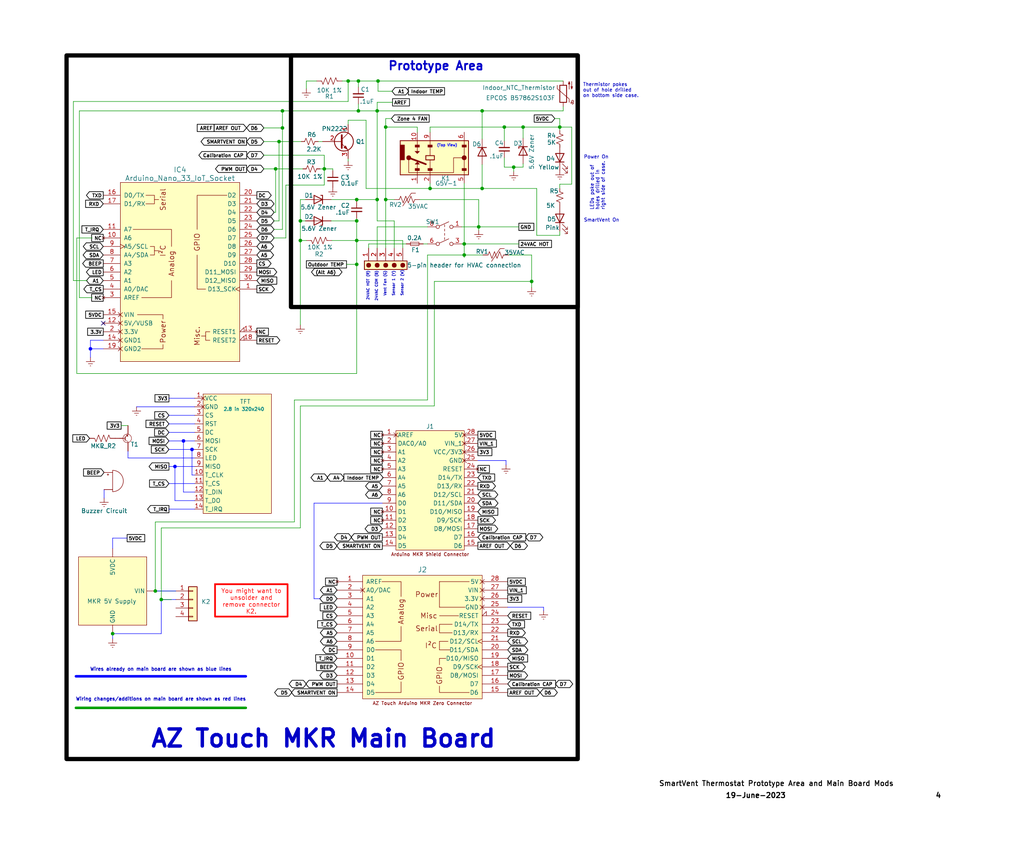
<source format=kicad_sch>
(kicad_sch (version 20230121) (generator eeschema)
  (paper "User" 304.8 254)
  (junction (at 112.268 33.02))
  (junction (at 83.058 42.164))
  (junction (at 106.172 78.74))
  (junction (at 152.908 49.784))
  (junction (at 106.172 65.786))
  (junction (at 84.074 38.1))
  (junction (at 106.68 33.02))
  (junction (at 84.074 33.02))
  (junction (at 106.172 71.628))
  (junction (at 166.624 37.846))
  (junction (at 48.006 178.562))
  (junction (at 143.51 56.134))
  (junction (at 142.494 67.564))
  (junction (at 106.68 24.13))
  (junction (at 155.702 37.846))
  (junction (at 112.522 24.13))
  (junction (at 114.808 37.846))
  (junction (at 57.15 133.858) (color 0 0 255 1))
  (junction (at 89.408 65.786))
  (junction (at 138.176 72.644))
  (junction (at 54.61 131.318) (color 0 0 255 1))
  (junction (at 143.51 33.02))
  (junction (at 103.632 24.13))
  (junction (at 33.528 188.722))
  (junction (at 96.52 50.292))
  (junction (at 138.176 75.946))
  (junction (at 128.016 56.134))
  (junction (at 26.924 103.886) (color 0 0 255 1))
  (junction (at 150.114 37.846))
  (junction (at 106.172 59.436))
  (junction (at 46.228 176.022))
  (junction (at 52.07 138.938) (color 0 0 255 1))
  (junction (at 114.808 59.436))
  (junction (at 89.408 71.628))
  (junction (at 158.242 83.82))
  (junction (at 112.268 59.436))
  (junction (at 82.042 50.292))
  (no_connect (at 30.734 96.266))
  (wire (pts (xy 166.624 68.834) (xy 166.624 70.104)))
  (wire (pts (xy 167.64 31.75) (xy 167.64 33.02)))
  (wire (pts (xy 138.176 72.644) (xy 138.176 75.946)))
  (wire (pts (xy 96.52 50.292) (xy 96.52 55.118)))
  (wire (pts (xy 91.186 26.416) (xy 91.186 24.13)))
  (wire (pts (xy 128.016 56.134) (xy 143.51 56.134)))
  (wire (pts (xy 112.522 24.13) (xy 167.64 24.13)))
  (wire (pts (xy 91.186 24.13) (xy 94.234 24.13)))
  (wire (pts (xy 87.63 155.448) (xy 46.228 155.448)))
  (wire (pts (xy 138.176 75.946) (xy 138.176 76.708)))
  (wire (pts (xy 26.924 101.346) (xy 26.924 103.886)) (stroke (width 0) (color 0 0 255 1)))
  (wire (pts (xy 50.292 126.238) (xy 57.912 126.238)) (stroke (width 0) (color 0 0 255 1)))
  (wire (pts (xy 150.114 49.784) (xy 152.908 49.784)))
  (wire (pts (xy 159.766 70.104) (xy 159.766 56.134)))
  (wire (pts (xy 89.408 65.786) (xy 90.932 65.786)))
  (wire (pts (xy 143.51 33.02) (xy 143.51 41.402)))
  (wire (pts (xy 114.808 37.846) (xy 124.206 37.846)))
  (wire (pts (xy 125.984 72.644) (xy 127.254 72.644)))
  (wire (pts (xy 129.286 83.82) (xy 158.242 83.82)))
  (wire (pts (xy 26.924 103.886) (xy 26.924 106.426)) (stroke (width 0) (color 0 0 255 1)))
  (wire (pts (xy 89.408 59.436) (xy 90.932 59.436)))
  (wire (pts (xy 84.074 38.1) (xy 84.074 68.326)))
  (wire (pts (xy 96.52 46.228) (xy 96.52 50.292)))
  (wire (pts (xy 98.552 59.436) (xy 106.172 59.436)))
  (wire (pts (xy 137.414 72.644) (xy 138.176 72.644)))
  (wire (pts (xy 96.52 50.292) (xy 99.06 50.292)))
  (wire (pts (xy 112.268 67.564) (xy 112.268 73.914)))
  (wire (pts (xy 150.114 49.784) (xy 150.114 46.99)))
  (wire (pts (xy 103.632 35.814) (xy 103.632 37.084)))
  (wire (pts (xy 83.058 42.164) (xy 89.662 42.164)))
  (wire (pts (xy 78.486 42.164) (xy 83.058 42.164)))
  (wire (pts (xy 112.522 27.178) (xy 112.522 24.13)))
  (wire (pts (xy 98.806 71.628) (xy 106.172 71.628)))
  (wire (pts (xy 23.622 88.646) (xy 23.622 33.02)))
  (wire (pts (xy 124.206 37.846) (xy 124.206 39.37)))
  (wire (pts (xy 89.408 120.904) (xy 129.286 120.904)))
  (wire (pts (xy 103.632 24.13) (xy 103.632 30.226)))
  (wire (pts (xy 158.242 83.82) (xy 158.242 85.598)))
  (wire (pts (xy 106.68 24.13) (xy 112.522 24.13)))
  (wire (pts (xy 103.632 48.006) (xy 103.632 47.244)))
  (wire (pts (xy 52.07 138.938) (xy 52.07 149.098)) (stroke (width 0) (color 0 0 255 1)))
  (wire (pts (xy 150.622 137.16) (xy 150.622 138.43)) (stroke (width 0) (color 0 0 255 1)))
  (wire (pts (xy 93.472 149.86) (xy 93.472 178.308)) (stroke (width 0) (color 0 0 255 1)))
  (wire (pts (xy 85.09 55.118) (xy 96.52 55.118)))
  (wire (pts (xy 128.016 54.61) (xy 128.016 56.134)))
  (wire (pts (xy 50.292 128.778) (xy 57.912 128.778)) (stroke (width 0) (color 0 0 255 1)))
  (wire (pts (xy 170.18 37.846) (xy 166.624 37.846)))
  (wire (pts (xy 50.292 151.638) (xy 57.912 151.638)) (stroke (width 0) (color 0 0 255 1)))
  (wire (pts (xy 87.63 119.126) (xy 127.254 119.126)))
  (wire (pts (xy 22.606 201.422) (xy 73.152 201.422)) (stroke (width 0.762) (color 0 0 255 1)))
  (wire (pts (xy 106.172 65.024) (xy 106.172 65.786)))
  (wire (pts (xy 106.172 65.786) (xy 106.172 71.628)))
  (wire (pts (xy 81.534 65.786) (xy 83.058 65.786)))
  (wire (pts (xy 57.15 141.478) (xy 57.15 133.858)) (stroke (width 0) (color 0 0 255 1)))
  (wire (pts (xy 109.728 72.644) (xy 120.904 72.644)))
  (wire (pts (xy 152.908 49.784) (xy 152.908 51.054)))
  (wire (pts (xy 84.074 33.02) (xy 84.074 38.1)))
  (wire (pts (xy 54.61 131.318) (xy 57.912 131.318)) (stroke (width 0) (color 0 0 255 1)))
  (wire (pts (xy 26.924 103.886) (xy 30.734 103.886)) (stroke (width 0) (color 0 0 255 1)))
  (wire (pts (xy 78.486 38.1) (xy 84.074 38.1)))
  (wire (pts (xy 89.408 59.436) (xy 89.408 65.786)))
  (wire (pts (xy 166.624 43.942) (xy 166.624 43.18)))
  (wire (pts (xy 52.07 138.938) (xy 57.912 138.938)) (stroke (width 0) (color 0 0 255 1)))
  (wire (pts (xy 22.86 70.866) (xy 27.432 70.866)))
  (wire (pts (xy 48.006 188.722) (xy 33.528 188.722)) (stroke (width 0) (color 0 0 255 1)))
  (wire (pts (xy 129.286 120.904) (xy 129.286 83.82)))
  (wire (pts (xy 159.766 70.104) (xy 166.624 70.104)))
  (wire (pts (xy 165.1 35.306) (xy 166.624 35.306)))
  (wire (pts (xy 82.042 50.292) (xy 82.042 63.246)))
  (wire (pts (xy 103.632 24.13) (xy 106.68 24.13)))
  (wire (pts (xy 50.292 138.938) (xy 52.07 138.938)) (stroke (width 0) (color 0 0 255 1)))
  (wire (pts (xy 46.228 176.022) (xy 52.324 176.022)) (stroke (width 0) (color 0 0 255 1)))
  (wire (pts (xy 84.074 33.02) (xy 106.68 33.02)))
  (wire (pts (xy 101.854 24.13) (xy 103.632 24.13)))
  (wire (pts (xy 166.624 37.846) (xy 166.624 35.306)))
  (wire (pts (xy 152.908 49.784) (xy 155.702 49.784)))
  (wire (pts (xy 151.384 75.946) (xy 158.242 75.946)))
  (wire (pts (xy 161.798 180.848) (xy 161.798 181.864)) (stroke (width 0) (color 0 0 255 1)))
  (wire (pts (xy 112.268 30.48) (xy 112.268 33.02)))
  (wire (pts (xy 128.016 37.846) (xy 150.114 37.846)))
  (wire (pts (xy 48.006 178.562) (xy 52.324 178.562)) (stroke (width 0) (color 0 0 255 1)))
  (wire (pts (xy 89.408 71.628) (xy 89.408 96.774)))
  (wire (pts (xy 166.624 54.864) (xy 166.624 56.134)))
  (wire (pts (xy 48.006 178.562) (xy 48.006 188.722)) (stroke (width 0) (color 0 0 255 1)))
  (wire (pts (xy 142.24 137.16) (xy 150.622 137.16)) (stroke (width 0) (color 0 0 255 1)))
  (wire (pts (xy 82.042 50.292) (xy 90.17 50.292)))
  (wire (pts (xy 113.792 149.86) (xy 93.472 149.86)) (stroke (width 0) (color 0 0 255 1)))
  (wire (pts (xy 151.13 180.848) (xy 161.798 180.848)) (stroke (width 0) (color 0 0 255 1)))
  (wire (pts (xy 93.472 178.308) (xy 95.25 178.308)) (stroke (width 0) (color 0 0 255 1)))
  (wire (pts (xy 119.888 71.628) (xy 119.888 73.914)))
  (wire (pts (xy 106.68 24.13) (xy 106.68 25.908)))
  (wire (pts (xy 37.846 160.274) (xy 33.528 160.274)) (stroke (width 0) (color 0 0 255 1)))
  (wire (pts (xy 138.176 75.946) (xy 143.764 75.946)))
  (wire (pts (xy 166.624 37.846) (xy 166.624 38.862)))
  (wire (pts (xy 155.702 41.148) (xy 155.702 37.846)))
  (wire (pts (xy 155.702 37.846) (xy 166.624 37.846)))
  (wire (pts (xy 114.808 35.306) (xy 116.586 35.306)))
  (wire (pts (xy 54.61 131.318) (xy 54.61 146.558)) (stroke (width 0) (color 0 0 255 1)))
  (wire (pts (xy 114.808 59.436) (xy 114.808 73.914)))
  (wire (pts (xy 142.494 67.564) (xy 154.432 67.564)))
  (wire (pts (xy 50.292 144.018) (xy 57.912 144.018)) (stroke (width 0) (color 0 0 255 1)))
  (wire (pts (xy 89.408 71.628) (xy 91.186 71.628)))
  (wire (pts (xy 170.18 54.864) (xy 170.18 37.846)))
  (wire (pts (xy 46.228 176.022) (xy 52.324 176.022)))
  (wire (pts (xy 150.114 37.846) (xy 150.114 41.91)))
  (wire (pts (xy 50.292 133.858) (xy 57.15 133.858)) (stroke (width 0) (color 0 0 255 1)))
  (wire (pts (xy 103.124 78.74) (xy 106.172 78.74)))
  (wire (pts (xy 87.63 119.126) (xy 87.63 155.448)))
  (wire (pts (xy 85.09 70.866) (xy 85.09 55.118)))
  (wire (pts (xy 22.86 70.866) (xy 22.86 111.252)))
  (wire (pts (xy 98.552 65.786) (xy 106.172 65.786)))
  (wire (pts (xy 38.1 136.398) (xy 57.912 136.398)) (stroke (width 0) (color 0 0 255 1)))
  (wire (pts (xy 143.51 49.022) (xy 143.51 56.134)))
  (wire (pts (xy 106.68 33.02) (xy 112.268 33.02)))
  (wire (pts (xy 112.268 65.786) (xy 112.268 59.436)))
  (wire (pts (xy 78.486 46.228) (xy 96.52 46.228)))
  (wire (pts (xy 103.632 35.814) (xy 108.966 35.814)))
  (wire (pts (xy 112.268 67.564) (xy 127.254 67.564)))
  (wire (pts (xy 33.528 160.274) (xy 33.528 163.322)) (stroke (width 0) (color 0 0 255 1)))
  (wire (pts (xy 23.622 88.646) (xy 27.432 88.646)))
  (wire (pts (xy 21.844 30.226) (xy 103.632 30.226)))
  (wire (pts (xy 89.408 65.786) (xy 89.408 71.628)))
  (wire (pts (xy 137.414 67.564) (xy 142.494 67.564)))
  (wire (pts (xy 166.624 54.864) (xy 170.18 54.864)))
  (wire (pts (xy 22.606 210.82) (xy 73.152 210.82)) (stroke (width 0.762)))
  (wire (pts (xy 83.058 65.786) (xy 83.058 42.164)))
  (wire (pts (xy 25.908 83.566) (xy 21.844 83.566)))
  (wire (pts (xy 108.966 56.134) (xy 128.016 56.134)))
  (wire (pts (xy 128.016 37.846) (xy 128.016 39.37)))
  (wire (pts (xy 81.534 70.866) (xy 85.09 70.866)))
  (wire (pts (xy 142.494 59.436) (xy 142.494 67.564)))
  (wire (pts (xy 109.728 72.644) (xy 109.728 73.914)))
  (wire (pts (xy 38.1 136.398) (xy 38.1 134.366)) (stroke (width 0) (color 0 0 255 1)))
  (wire (pts (xy 112.268 33.02) (xy 143.51 33.02)))
  (wire (pts (xy 89.408 157.226) (xy 89.408 120.904)))
  (wire (pts (xy 112.268 33.02) (xy 112.268 59.436)))
  (wire (pts (xy 57.15 133.858) (xy 57.912 133.858)) (stroke (width 0) (color 0 0 255 1)))
  (wire (pts (xy 48.006 157.226) (xy 89.408 157.226)))
  (wire (pts (xy 23.622 33.02) (xy 84.074 33.02)))
  (wire (pts (xy 57.912 149.098) (xy 52.07 149.098)) (stroke (width 0) (color 0 0 255 1)))
  (wire (pts (xy 116.84 27.178) (xy 112.522 27.178)))
  (wire (pts (xy 99.06 50.8) (xy 99.06 50.292)))
  (wire (pts (xy 117.348 65.786) (xy 112.268 65.786)))
  (wire (pts (xy 116.84 30.48) (xy 112.268 30.48)))
  (wire (pts (xy 114.808 35.306) (xy 114.808 37.846)))
  (wire (pts (xy 95.25 50.292) (xy 96.52 50.292)))
  (wire (pts (xy 26.924 101.346) (xy 30.734 101.346)) (stroke (width 0) (color 0 0 255 1)))
  (wire (pts (xy 143.51 56.134) (xy 159.766 56.134)))
  (wire (pts (xy 106.172 59.436) (xy 112.268 59.436)))
  (wire (pts (xy 114.808 37.846) (xy 114.808 59.436)))
  (wire (pts (xy 155.702 49.784) (xy 155.702 48.768)))
  (wire (pts (xy 21.844 83.566) (xy 21.844 30.226)))
  (wire (pts (xy 78.486 50.292) (xy 82.042 50.292)))
  (wire (pts (xy 158.242 75.946) (xy 158.242 83.82)))
  (wire (pts (xy 50.292 123.698) (xy 57.912 123.698)) (stroke (width 0) (color 0 0 255 1)))
  (wire (pts (xy 30.988 145.796) (xy 30.988 148.336)) (stroke (width 0) (color 0 0 255 1)))
  (wire (pts (xy 143.51 33.02) (xy 167.64 33.02)))
  (wire (pts (xy 138.176 72.644) (xy 154.432 72.644)))
  (wire (pts (xy 50.292 131.318) (xy 54.61 131.318)) (stroke (width 0) (color 0 0 255 1)))
  (wire (pts (xy 36.068 126.746) (xy 38.1 126.746)))
  (wire (pts (xy 106.68 30.988) (xy 106.68 33.02)))
  (wire (pts (xy 48.006 178.562) (xy 48.006 157.226)))
  (wire (pts (xy 81.534 68.326) (xy 84.074 68.326)))
  (wire (pts (xy 142.494 67.564) (xy 142.494 68.58)))
  (wire (pts (xy 57.912 121.158) (xy 40.64 121.158)) (stroke (width 0) (color 0 0 255 1)))
  (wire (pts (xy 114.808 59.436) (xy 117.348 59.436)))
  (wire (pts (xy 106.172 71.628) (xy 106.172 78.74)))
  (wire (pts (xy 127.254 75.946) (xy 127.254 119.126)))
  (wire (pts (xy 82.042 63.246) (xy 81.534 63.246)))
  (wire (pts (xy 51.054 178.562) (xy 48.006 178.562)))
  (wire (pts (xy 117.348 73.914) (xy 117.348 65.786)))
  (wire (pts (xy 106.172 78.74) (xy 106.172 111.252)))
  (wire (pts (xy 138.176 54.61) (xy 138.176 72.644)))
  (wire (pts (xy 124.968 59.436) (xy 142.494 59.436)))
  (wire (pts (xy 57.912 141.478) (xy 57.15 141.478)) (stroke (width 0) (color 0 0 255 1)))
  (wire (pts (xy 108.966 56.134) (xy 108.966 35.814)))
  (wire (pts (xy 94.742 42.164) (xy 96.012 42.164)))
  (wire (pts (xy 138.176 75.946) (xy 127.254 75.946)))
  (wire (pts (xy 57.912 146.558) (xy 54.61 146.558)) (stroke (width 0) (color 0 0 255 1)))
  (wire (pts (xy 22.86 111.252) (xy 106.172 111.252)))
  (wire (pts (xy 106.172 71.628) (xy 119.888 71.628)))
  (wire (pts (xy 33.528 190.246) (xy 33.528 188.722)) (stroke (width 0) (color 0 0 255 1)))
  (wire (pts (xy 50.292 118.618) (xy 57.912 118.618)) (stroke (width 0) (color 0 0 255 1)))
  (wire (pts (xy 150.114 37.846) (xy 155.702 37.846)))
  (wire (pts (xy 46.228 155.448) (xy 46.228 176.022)))
  (wire (pts (xy 106.172 59.944) (xy 106.172 59.436)))
  (rectangle (start 86.614 16.51) (end 171.958 91.44) (stroke (width 1.27) (color 0 0 0 1)))
  (rectangle (start 19.812 16.51) (end 171.958 226.06) (stroke (width 1.27) (color 0 0 0 1)))
  (text_box "AZ Touch MKR Main Board" (at 30.988 213.106 0) (size 130.556 14.986) (stroke (width -0.0001)) (effects (font (size 5.08 5.08) (thickness 1.016) bold) (justify top)))
  (text_box "Wiring changes/additions on main board are shown as red lines" (at 21.59 206.756 0) (size 52.578 6.858) (stroke (width -0.0001)) (effects (font (size 1.016 1.016) bold) (justify top)))
  (text_box "You might want to unsolder and remove connector K2." (at 64.008 173.99 0) (size 21.59 9.652) (stroke (width 0.508) (color 255 0 0 1)) (effects (font (size 1.27 1.27)) (justify top)))
  (text_box "Wires already on main board are shown as blue lines" (at 21.844 197.866 0) (size 52.07 6.858) (stroke (width -0.0001)) (effects (font (size 1.016 1.016) bold) (justify top)))
  (text_box "Prototype Area" (at 113.284 16.51 0) (size 33.02 6.096) (stroke (width -0.0001)) (effects (font (size 2.54 2.54) (thickness 0.508) bold)))
  (text "24VAC HOT (R)" (at 109.982 80.772 90) (effects (font (size 0.762 0.762) bold) (justify right bottom)))
  (text "SmartVent Thermostat Prototype Area and Main Board Mods" (at 196.088 234.442 0) (effects (font (size 1.524 1.524) (thickness 0.254) bold) (justify left bottom)))
  (text "SmartVent On" (at 173.736 66.294 0) (effects (font (size 1.016 1.016)) (justify left bottom)))
  (text "2.8 in 320x240" (at 78.74 122.682 0) (effects (font (size 1.016 1.016) bold) (justify right bottom)))
  (text "Power On" (at 173.736 47.498 0) (effects (font (size 1.016 1.016)) (justify left bottom)))
  (text "Sensor 1 (Y)" (at 117.602 80.772 90) (effects (font (size 0.762 0.762) bold) (justify right bottom)))
  (text "24VAC COM (B)" (at 112.522 80.772 90) (effects (font (size 0.762 0.762) bold) (justify right bottom)))
  (text "Sensor 2 (W)" (at 120.142 80.518 90) (effects (font (size 0.762 0.762) bold) (justify right bottom)))
  (text "19-June-2023" (at 215.9 237.998 0) (effects (font (size 1.524 1.524) (thickness 0.3048) bold) (justify left bottom)))
  (text "LEDs poke out of\nholes drilled in\nright side of case." (at 180.086 62.738 90) (effects (font (size 1.016 1.016)) (justify left bottom)))
  (text "Thermistor pokes\nout of hole drilled\non bottom side case." (at 173.482 29.21 0) (effects (font (size 1.016 1.016)) (justify left bottom)))
  (text "Vent Fan (G)" (at 115.062 80.772 90) (effects (font (size 0.762 0.762) bold) (justify right bottom)))
  (text "4" (at 278.384 237.998 0) (effects (font (size 1.524 1.524) bold) (justify left bottom)))
  (global_label "SCK" (shape output) (at 151.13 198.628 0) (effects (font (size 1.016 1.016) bold)) (property "Intersheetrefs" "${INTERSHEET_REFS}" (effects hide)))
  (global_label "A1" (shape bidirectional) (at 30.734 83.566 180) (effects (font (size 1.016 1.016) bold)) (property "Intersheetrefs" "${INTERSHEET_REFS}" (effects hide)))
  (global_label "BEEP" (shape output) (at 30.734 78.486 180) (effects (font (size 1.016 1.016) bold)) (property "Intersheetrefs" "${INTERSHEET_REFS}" (effects hide)))
  (global_label "A5" (shape bidirectional) (at 100.33 188.468 180) (effects (font (size 1.016 1.016) bold)) (property "Intersheetrefs" "${INTERSHEET_REFS}" (effects hide)))
  (global_label "MOSI" (shape input) (at 50.292 131.318 180) (effects (font (size 1.016 1.016) bold)) (property "Intersheetrefs" "${INTERSHEET_REFS}" (effects hide)))
  (global_label "5VDC" (shape passive) (at 37.846 160.274 0) (effects (font (size 1.016 1.016) bold)) (property "Intersheetrefs" "${INTERSHEET_REFS}" (effects hide)))
  (global_label "RXD" (shape input) (at 30.734 60.706 180) (effects (font (size 1.016 1.016) bold)) (property "Intersheetrefs" "${INTERSHEET_REFS}" (effects hide)))
  (global_label "SCK" (shape output) (at 142.24 154.94 0) (effects (font (size 1.016 1.016) bold)) (property "Intersheetrefs" "${INTERSHEET_REFS}" (effects hide)))
  (global_label "MISO" (shape input) (at 142.24 152.4 0) (effects (font (size 1.016 1.016) bold)) (property "Intersheetrefs" "${INTERSHEET_REFS}" (effects hide)))
  (global_label "NC" (shape passive) (at 30.734 70.866 180) (effects (font (size 1.016 1.016) (thickness 0.2032) bold)) (property "Intersheetrefs" "${INTERSHEET_REFS}" (effects hide)))
  (global_label "BEEP" (shape input) (at 100.33 198.628 180) (effects (font (size 1.016 1.016) bold)) (property "Intersheetrefs" "${INTERSHEET_REFS}" (effects hide)))
  (global_label "CS" (shape input) (at 100.33 183.388 180) (effects (font (size 1.016 1.016) bold)) (property "Intersheetrefs" "${INTERSHEET_REFS}" (effects hide)))
  (global_label "T_IRQ" (shape output) (at 50.292 151.638 180) (effects (font (size 1.016 1.016) bold)) (property "Intersheetrefs" "${INTERSHEET_REFS}" (effects hide)))
  (global_label "Indoor TEMP" (shape input) (at 114.046 142.24 180) (effects (font (size 1.016 1.016) bold)) (property "Intersheetrefs" "${INTERSHEET_REFS}" (effects hide)))
  (global_label "AREF OUT" (shape output) (at 151.13 206.248 0) (effects (font (size 1.016 1.016) bold)) (property "Intersheetrefs" "${INTERSHEET_REFS}" (effects hide)))
  (global_label "MOSI" (shape output) (at 76.454 81.026 0) (effects (font (size 1.016 1.016) bold)) (property "Intersheetrefs" "${INTERSHEET_REFS}" (effects hide)))
  (global_label "RESET" (shape output) (at 76.454 101.346 0) (effects (font (size 1.016 1.016) bold)) (property "Intersheetrefs" "${INTERSHEET_REFS}" (effects hide)))
  (global_label "DC" (shape input) (at 50.292 128.778 180) (effects (font (size 1.016 1.016) bold)) (property "Intersheetrefs" "${INTERSHEET_REFS}" (effects hide)))
  (global_label "3V3" (shape passive) (at 36.068 126.746 180) (effects (font (size 1.016 1.016) (thickness 0.2032) bold)) (property "Intersheetrefs" "${INTERSHEET_REFS}" (effects hide)))
  (global_label "D5" (shape bidirectional) (at 86.868 206.248 180) (effects (font (size 1.016 1.016) bold)) (property "Intersheetrefs" "${INTERSHEET_REFS}" (effects hide)))
  (global_label "SMARTVENT ON" (shape output) (at 73.406 42.164 180) (effects (font (size 1.016 1.016) bold)) (property "Intersheetrefs" "${INTERSHEET_REFS}" (effects hide)))
  (global_label "T_IRQ" (shape input) (at 30.734 68.326 180) (effects (font (size 1.016 1.016) bold)) (property "Intersheetrefs" "${INTERSHEET_REFS}" (effects hide)))
  (global_label "D3" (shape bidirectional) (at 76.454 60.706 0) (effects (font (size 1.016 1.016) bold)) (property "Intersheetrefs" "${INTERSHEET_REFS}" (effects hide)))
  (global_label "D6" (shape bidirectional) (at 151.892 162.56 0) (effects (font (size 1.016 1.016) bold)) (property "Intersheetrefs" "${INTERSHEET_REFS}" (effects hide)))
  (global_label "Indoor TEMP" (shape passive) (at 132.334 27.178 180) (effects (font (size 1.016 1.016) bold)) (property "Intersheetrefs" "${INTERSHEET_REFS}" (effects hide)))
  (global_label "D3" (shape bidirectional) (at 100.33 201.168 180) (effects (font (size 1.016 1.016) bold)) (property "Intersheetrefs" "${INTERSHEET_REFS}" (effects hide)))
  (global_label "D3" (shape bidirectional) (at 113.792 157.48 180) (effects (font (size 1.016 1.016) bold)) (property "Intersheetrefs" "${INTERSHEET_REFS}" (effects hide)))
  (global_label "GND" (shape passive) (at 154.432 67.564 0) (effects (font (size 1.016 1.016) bold)) (property "Intersheetrefs" "${INTERSHEET_REFS}" (effects hide)))
  (global_label "A6" (shape bidirectional) (at 100.33 191.008 180) (effects (font (size 1.016 1.016) bold)) (property "Intersheetrefs" "${INTERSHEET_REFS}" (effects hide)))
  (global_label "3V3" (shape passive) (at 151.13 178.308 0) (effects (font (size 1.016 1.016) bold)) (property "Intersheetrefs" "${INTERSHEET_REFS}" (effects hide)))
  (global_label "D7" (shape bidirectional) (at 76.454 70.866 0) (effects (font (size 1.016 1.016) bold)) (property "Intersheetrefs" "${INTERSHEET_REFS}" (effects hide)))
  (global_label "D5" (shape bidirectional) (at 100.33 162.56 180) (effects (font (size 1.016 1.016) bold)) (property "Intersheetrefs" "${INTERSHEET_REFS}" (effects hide)))
  (global_label "NC" (shape passive) (at 76.454 98.806 0) (effects (font (size 1.016 1.016) (thickness 0.2032) bold)) (property "Intersheetrefs" "${INTERSHEET_REFS}" (effects hide)))
  (global_label "D7" (shape bidirectional) (at 165.354 203.708 0) (effects (font (size 1.016 1.016) bold)) (property "Intersheetrefs" "${INTERSHEET_REFS}" (effects hide)))
  (global_label "LED" (shape input) (at 26.67 130.556 180) (effects (font (size 1.016 1.016) (thickness 0.2032) bold)) (property "Intersheetrefs" "${INTERSHEET_REFS}" (effects hide)))
  (global_label "AREF" (shape passive) (at 63.754 38.1 180) (effects (font (size 1.016 1.016) (thickness 0.2032) bold)) (property "Intersheetrefs" "${INTERSHEET_REFS}" (effects hide)))
  (global_label "D7" (shape bidirectional) (at 156.464 160.02 0) (effects (font (size 1.016 1.016) bold)) (property "Intersheetrefs" "${INTERSHEET_REFS}" (effects hide)))
  (global_label "3.3V" (shape passive) (at 30.734 98.806 180) (effects (font (size 1.016 1.016) bold)) (property "Intersheetrefs" "${INTERSHEET_REFS}" (effects hide)))
  (global_label "SCK" (shape input) (at 50.292 133.858 180) (effects (font (size 1.016 1.016) bold)) (property "Intersheetrefs" "${INTERSHEET_REFS}" (effects hide)))
  (global_label "SDA" (shape bidirectional) (at 151.13 193.548 0) (effects (font (size 1.016 1.016) bold)) (property "Intersheetrefs" "${INTERSHEET_REFS}" (effects hide)))
  (global_label "NC" (shape passive) (at 142.24 139.7 0) (effects (font (size 1.016 1.016) (thickness 0.2032) bold)) (property "Intersheetrefs" "${INTERSHEET_REFS}" (effects hide)))
  (global_label "TXD" (shape input) (at 151.13 185.928 0) (effects (font (size 1.016 1.016) bold)) (property "Intersheetrefs" "${INTERSHEET_REFS}" (effects hide)))
  (global_label "VIN_1" (shape passive) (at 151.13 175.768 0) (effects (font (size 1.016 1.016) bold)) (property "Intersheetrefs" "${INTERSHEET_REFS}" (effects hide)))
  (global_label "RXD" (shape output) (at 142.24 144.78 0) (effects (font (size 1.016 1.016) bold)) (property "Intersheetrefs" "${INTERSHEET_REFS}" (effects hide)))
  (global_label "RESET" (shape input) (at 151.13 183.388 0) (effects (font (size 1.016 1.016) bold)) (property "Intersheetrefs" "${INTERSHEET_REFS}" (effects hide)))
  (global_label "DC" (shape output) (at 76.454 58.166 0) (effects (font (size 1.016 1.016) bold)) (property "Intersheetrefs" "${INTERSHEET_REFS}" (effects hide)))
  (global_label "PWM OUT" (shape output) (at 113.792 160.02 180) (effects (font (size 1.016 1.016) bold)) (property "Intersheetrefs" "${INTERSHEET_REFS}" (effects hide)))
  (global_label "VIN_1" (shape passive) (at 142.24 132.08 0) (effects (font (size 1.016 1.016) bold)) (property "Intersheetrefs" "${INTERSHEET_REFS}" (effects hide)))
  (global_label "D7" (shape bidirectional) (at 73.406 46.228 0) (effects (font (size 1.016 1.016) bold)) (property "Intersheetrefs" "${INTERSHEET_REFS}" (effects hide)))
  (global_label "CS" (shape input) (at 50.292 123.698 180) (effects (font (size 1.016 1.016) bold)) (property "Intersheetrefs" "${INTERSHEET_REFS}" (effects hide)))
  (global_label "SCL" (shape bidirectional) (at 151.13 191.008 0) (effects (font (size 1.016 1.016) bold)) (property "Intersheetrefs" "${INTERSHEET_REFS}" (effects hide)))
  (global_label "RESET" (shape input) (at 50.292 126.238 180) (effects (font (size 1.016 1.016) bold)) (property "Intersheetrefs" "${INTERSHEET_REFS}" (effects hide)))
  (global_label "SMARTVENT ON" (shape output) (at 113.792 162.56 180) (effects (font (size 1.016 1.016) bold)) (property "Intersheetrefs" "${INTERSHEET_REFS}" (effects hide)))
  (global_label "TXD" (shape input) (at 142.24 142.24 0) (effects (font (size 1.016 1.016) bold)) (property "Intersheetrefs" "${INTERSHEET_REFS}" (effects hide)))
  (global_label "A6" (shape bidirectional) (at 76.454 73.406 0) (effects (font (size 1.016 1.016) bold)) (property "Intersheetrefs" "${INTERSHEET_REFS}" (effects hide)))
  (global_label "A4" (shape bidirectional) (at 102.362 142.24 180) (effects (font (size 1.016 1.016) bold)) (property "Intersheetrefs" "${INTERSHEET_REFS}" (effects hide)))
  (global_label "D6" (shape bidirectional) (at 76.454 68.326 0) (effects (font (size 1.016 1.016) bold)) (property "Intersheetrefs" "${INTERSHEET_REFS}" (effects hide)))
  (global_label "Zone 4 FAN" (shape output) (at 127.762 35.306 180) (effects (font (size 1.016 1.016) bold)) (property "Intersheetrefs" "${INTERSHEET_REFS}" (effects hide)))
  (global_label "SDA" (shape bidirectional) (at 142.24 149.86 0) (effects (font (size 1.016 1.016) bold)) (property "Intersheetrefs" "${INTERSHEET_REFS}" (effects hide)))
  (global_label "SCL" (shape bidirectional) (at 30.734 73.406 180) (effects (font (size 1.016 1.016) bold)) (property "Intersheetrefs" "${INTERSHEET_REFS}" (effects hide)))
  (global_label "3V3" (shape passive) (at 50.292 118.618 180) (effects (font (size 1.016 1.016) (thickness 0.2032) bold)) (property "Intersheetrefs" "${INTERSHEET_REFS}" (effects hide)))
  (global_label "T_CS" (shape output) (at 30.734 86.106 180) (effects (font (size 1.016 1.016) bold)) (property "Intersheetrefs" "${INTERSHEET_REFS}" (effects hide)))
  (global_label "D5" (shape bidirectional) (at 76.454 65.786 0) (effects (font (size 1.016 1.016) bold)) (property "Intersheetrefs" "${INTERSHEET_REFS}" (effects hide)))
  (global_label "T_CS" (shape input) (at 100.33 185.928 180) (effects (font (size 1.016 1.016) bold)) (property "Intersheetrefs" "${INTERSHEET_REFS}" (effects hide)))
  (global_label "3V3" (shape passive) (at 142.24 134.62 0) (effects (font (size 1.016 1.016) bold)) (property "Intersheetrefs" "${INTERSHEET_REFS}" (effects hide)))
  (global_label "NC" (shape passive) (at 30.734 88.646 180) (effects (font (size 1.016 1.016) (thickness 0.2032) bold)) (property "Intersheetrefs" "${INTERSHEET_REFS}" (effects hide)))
  (global_label "D5" (shape bidirectional) (at 73.406 42.164 0) (effects (font (size 1.016 1.016) bold)) (property "Intersheetrefs" "${INTERSHEET_REFS}" (effects hide)))
  (global_label "LED" (shape output) (at 30.734 81.026 180) (effects (font (size 1.016 1.016) bold)) (property "Intersheetrefs" "${INTERSHEET_REFS}" (effects hide)))
  (global_label "Calibration CAP" (shape input) (at 142.24 160.02 0) (effects (font (size 1.016 1.016) bold)) (property "Intersheetrefs" "${INTERSHEET_REFS}" (effects hide)))
  (global_label "D6" (shape bidirectional) (at 160.782 206.248 0) (effects (font (size 1.016 1.016) bold)) (property "Intersheetrefs" "${INTERSHEET_REFS}" (effects hide)))
  (global_label "NC" (shape passive) (at 100.33 173.228 180) (effects (font (size 1.016 1.016) (thickness 0.2032) bold)) (property "Intersheetrefs" "${INTERSHEET_REFS}" (effects hide)))
  (global_label "PWM OUT" (shape output) (at 100.33 203.708 180) (effects (font (size 1.016 1.016) bold)) (property "Intersheetrefs" "${INTERSHEET_REFS}" (effects hide)))
  (global_label "AREF OUT" (shape output) (at 142.24 162.56 0) (effects (font (size 1.016 1.016) bold)) (property "Intersheetrefs" "${INTERSHEET_REFS}" (effects hide)))
  (global_label "Calibration CAP" (shape input) (at 151.13 203.708 0) (effects (font (size 1.016 1.016) bold)) (property "Intersheetrefs" "${INTERSHEET_REFS}" (effects hide)))
  (global_label "5VDC" (shape passive) (at 30.734 93.726 180) (effects (font (size 1.016 1.016) bold)) (property "Intersheetrefs" "${INTERSHEET_REFS}" (effects hide)))
  (global_label "A1" (shape bidirectional) (at 121.666 27.178 180) (effects (font (size 1.016 1.016) bold)) (property "Intersheetrefs" "${INTERSHEET_REFS}" (effects hide)))
  (global_label "LED" (shape input) (at 100.33 180.848 180) (effects (font (size 1.016 1.016) (thickness 0.2032) bold)) (property "Intersheetrefs" "${INTERSHEET_REFS}" (effects hide)))
  (global_label "RXD" (shape output) (at 151.13 188.468 0) (effects (font (size 1.016 1.016) bold)) (property "Intersheetrefs" "${INTERSHEET_REFS}" (effects hide)))
  (global_label "PWM OUT" (shape output) (at 73.406 50.292 180) (effects (font (size 1.016 1.016) bold)) (property "Intersheetrefs" "${INTERSHEET_REFS}" (effects hide)))
  (global_label "D0" (shape bidirectional) (at 100.33 178.308 180) (effects (font (size 1.016 1.016) bold)) (property "Intersheetrefs" "${INTERSHEET_REFS}" (effects hide)))
  (global_label "A5" (shape bidirectional) (at 113.792 144.78 180) (effects (font (size 1.016 1.016) bold)) (property "Intersheetrefs" "${INTERSHEET_REFS}" (effects hide)))
  (global_label "D4" (shape bidirectional) (at 91.186 203.708 180) (effects (font (size 1.016 1.016) bold)) (property "Intersheetrefs" "${INTERSHEET_REFS}" (effects hide)))
  (global_label "AREF OUT" (shape output) (at 63.754 38.1 0) (effects (font (size 1.016 1.016) bold)) (property "Intersheetrefs" "${INTERSHEET_REFS}" (effects hide)))
  (global_label "NC" (shape passive) (at 113.792 152.4 180) (effects (font (size 1.016 1.016) (thickness 0.2032) bold)) (property "Intersheetrefs" "${INTERSHEET_REFS}" (effects hide)))
  (global_label "5VDC" (shape passive) (at 142.24 129.54 0) (effects (font (size 1.016 1.016) bold)) (property "Intersheetrefs" "${INTERSHEET_REFS}" (effects hide)))
  (global_label "SMARTVENT ON" (shape output) (at 100.33 206.248 180) (effects (font (size 1.016 1.016) bold)) (property "Intersheetrefs" "${INTERSHEET_REFS}" (effects hide)))
  (global_label "SCK" (shape output) (at 76.454 86.106 0) (effects (font (size 1.016 1.016) bold)) (property "Intersheetrefs" "${INTERSHEET_REFS}" (effects hide)))
  (global_label "NC" (shape passive) (at 113.792 134.62 180) (effects (font (size 1.016 1.016) (thickness 0.2032) bold)) (property "Intersheetrefs" "${INTERSHEET_REFS}" (effects hide)))
  (global_label "SCL" (shape bidirectional) (at 142.24 147.32 0) (effects (font (size 1.016 1.016) bold)) (property "Intersheetrefs" "${INTERSHEET_REFS}" (effects hide)))
  (global_label "D4" (shape bidirectional) (at 76.454 63.246 0) (effects (font (size 1.016 1.016) bold)) (property "Intersheetrefs" "${INTERSHEET_REFS}" (effects hide)))
  (global_label "A6" (shape bidirectional) (at 113.792 147.32 180) (effects (font (size 1.016 1.016) bold)) (property "Intersheetrefs" "${INTERSHEET_REFS}" (effects hide)))
  (global_label "T_CS" (shape input) (at 50.292 144.018 180) (effects (font (size 1.016 1.016) bold)) (property "Intersheetrefs" "${INTERSHEET_REFS}" (effects hide)))
  (global_label "NC" (shape passive) (at 113.792 154.94 180) (effects (font (size 1.016 1.016) (thickness 0.2032) bold)) (property "Intersheetrefs" "${INTERSHEET_REFS}" (effects hide)))
  (global_label "5VDC" (shape output) (at 159.004 35.306 0) (effects (font (size 1.016 1.016) bold)) (property "Intersheetrefs" "${INTERSHEET_REFS}" (effects hide)))
  (global_label "Calibration CAP" (shape input) (at 59.182 46.228 0) (effects (font (size 1.016 1.016) bold)) (property "Intersheetrefs" "${INTERSHEET_REFS}" (effects hide)))
  (global_label "24VAC HOT" (shape passive) (at 154.432 72.644 0) (effects (font (size 1.016 1.016) bold)) (property "Intersheetrefs" "${INTERSHEET_REFS}" (effects hide)))
  (global_label "MISO" (shape input) (at 76.454 83.566 0) (effects (font (size 1.016 1.016) bold)) (property "Intersheetrefs" "${INTERSHEET_REFS}" (effects hide)))
  (global_label "NC" (shape passive) (at 113.792 129.54 180) (effects (font (size 1.016 1.016) (thickness 0.2032) bold)) (property "Intersheetrefs" "${INTERSHEET_REFS}" (effects hide)))
  (global_label "NC" (shape passive) (at 113.792 139.7 180) (effects (font (size 1.016 1.016) (thickness 0.2032) bold)) (property "Intersheetrefs" "${INTERSHEET_REFS}" (effects hide)))
  (global_label "DC" (shape output) (at 100.33 193.548 180) (effects (font (size 1.016 1.016) bold)) (property "Intersheetrefs" "${INTERSHEET_REFS}" (effects hide)))
  (global_label "AREF" (shape passive) (at 116.84 30.48 0) (effects (font (size 1.016 1.016) (thickness 0.2032) bold)) (property "Intersheetrefs" "${INTERSHEET_REFS}" (effects hide)))
  (global_label "CS" (shape output) (at 76.454 78.486 0) (effects (font (size 1.016 1.016) bold)) (property "Intersheetrefs" "${INTERSHEET_REFS}" (effects hide)))
  (global_label "Outdoor TEMP" (shape passive) (at 91.186 78.74 0) (effects (font (size 1.016 1.016) bold)) (property "Intersheetrefs" "${INTERSHEET_REFS}" (effects hide)))
  (global_label "MISO" (shape output) (at 50.292 138.938 180) (effects (font (size 1.016 1.016) bold)) (property "Intersheetrefs" "${INTERSHEET_REFS}" (effects hide)))
  (global_label "MOSI" (shape output) (at 142.24 157.48 0) (effects (font (size 1.016 1.016) bold)) (property "Intersheetrefs" "${INTERSHEET_REFS}" (effects hide)))
  (global_label "5VDC" (shape passive) (at 151.13 173.228 0) (effects (font (size 1.016 1.016) bold)) (property "Intersheetrefs" "${INTERSHEET_REFS}" (effects hide)))
  (global_label "T_IRQ" (shape input) (at 100.33 196.088 180) (effects (font (size 1.016 1.016) bold)) (property "Intersheetrefs" "${INTERSHEET_REFS}" (effects hide)))
  (global_label "(Alt A6)" (shape bidirectional) (at 92.71 81.026 0) (effects (font (size 1.016 1.016) bold)) (property "Intersheetrefs" "${INTERSHEET_REFS}" (effects hide)))
  (global_label "A5" (shape bidirectional) (at 76.454 75.946 0) (effects (font (size 1.016 1.016) bold)) (property "Intersheetrefs" "${INTERSHEET_REFS}" (effects hide)))
  (global_label "NC" (shape passive) (at 113.792 137.16 180) (effects (font (size 1.016 1.016) (thickness 0.2032) bold)) (property "Intersheetrefs" "${INTERSHEET_REFS}" (effects hide)))
  (global_label "SDA" (shape bidirectional) (at 30.734 75.946 180) (effects (font (size 1.016 1.016) bold)) (property "Intersheetrefs" "${INTERSHEET_REFS}" (effects hide)))
  (global_label "A1" (shape bidirectional) (at 97.536 142.24 180) (effects (font (size 1.016 1.016) bold)) (property "Intersheetrefs" "${INTERSHEET_REFS}" (effects hide)))
  (global_label "BEEP" (shape input) (at 30.988 140.716 180) (effects (font (size 1.016 1.016) bold)) (property "Intersheetrefs" "${INTERSHEET_REFS}" (effects hide)))
  (global_label "MISO" (shape input) (at 151.13 196.088 0) (effects (font (size 1.016 1.016) bold)) (property "Intersheetrefs" "${INTERSHEET_REFS}" (effects hide)))
  (global_label "D4" (shape bidirectional) (at 73.406 50.292 0) (effects (font (size 1.016 1.016) bold)) (property "Intersheetrefs" "${INTERSHEET_REFS}" (effects hide)))
  (global_label "D6" (shape bidirectional) (at 73.406 38.1 0) (effects (font (size 1.016 1.016) bold)) (property "Intersheetrefs" "${INTERSHEET_REFS}" (effects hide)))
  (global_label "NC" (shape passive) (at 113.792 132.08 180) (effects (font (size 1.016 1.016) (thickness 0.2032) bold)) (property "Intersheetrefs" "${INTERSHEET_REFS}" (effects hide)))
  (global_label "MOSI" (shape output) (at 151.13 201.168 0) (effects (font (size 1.016 1.016) bold)) (property "Intersheetrefs" "${INTERSHEET_REFS}" (effects hide)))
  (global_label "A1" (shape bidirectional) (at 100.33 175.768 180) (effects (font (size 1.016 1.016) bold)) (property "Intersheetrefs" "${INTERSHEET_REFS}" (effects hide)))
  (global_label "TXD" (shape output) (at 30.734 58.166 180) (effects (font (size 1.016 1.016) bold)) (property "Intersheetrefs" "${INTERSHEET_REFS}" (effects hide)))
  (global_label "D4" (shape bidirectional) (at 104.648 160.02 180) (effects (font (size 1.016 1.016) bold)) (property "Intersheetrefs" "${INTERSHEET_REFS}" (effects hide)))
  (symbol (lib_id "power:GNDREF") (at 91.186 26.416 0) (unit 1)
    (property "Reference" "#PWR012" (effects hide))
    (property "Value" "GNDREF" (effects hide))
  )
  (symbol (lib_id "Device:C_Small") (at 106.172 62.484 0) (mirror y) (unit 1)
    (property "Reference" "C2" (at 104.14 61.214 0) (effects (justify left)))
    (property "Value" ".1uF" (at 104.14 63.246 0) (effects (justify left)))
  )
  (symbol (lib_id "power:GNDREF") (at 152.908 51.054 0) (unit 1)
    (property "Reference" "#PWR05" (effects hide))
    (property "Value" "GNDREF" (effects hide))
  )
  (symbol (lib_id "Device:D_Zener") (at 94.742 59.436 0) (mirror y) (unit 1)
    (property "Reference" "D1" (at 91.948 58.928 0) (effects (justify bottom)))
    (property "Value" "5.6V Zener" (at 94.742 61.722 0))
  )
  (symbol (lib_id "power:GNDREF") (at 161.798 181.864 0) (unit 1)
    (property "Reference" "#PWR016" (effects hide))
    (property "Value" "GNDREF" (effects hide))
  )
  (symbol (lib_id "power:GNDREF") (at 26.924 106.426 0) (unit 1)
    (property "Reference" "#PWR03" (effects hide))
    (property "Value" "GNDREF" (effects hide))
  )
  (symbol (lib_id "Device:R_Small_US") (at 166.624 41.402 0) (unit 1)
    (property "Reference" "R4" (at 162.814 40.386 0) (effects (justify left)))
    (property "Value" "5K" (at 162.814 42.418 0) (effects (justify left)))
  )
  (symbol (lib_name "Varistor_US_1") (lib_id "Device:Varistor_US") (at 147.574 75.946 270) (unit 1)
    (property "Reference" "RV1" (at 143.51 74.93 90))
    (property "Value" "35VAC" (at 153.162 75.184 90))
    (property "Sim.Name" "kicad_builtin_varistor" (effects hide))
    (property "Sim.Device" "SUBCKT" (effects hide))
    (property "Sim.Pins" "1=A 2=B" (effects hide))
    (property "Sim.Params" "threshold=1k" (effects hide))
    (property "Sim.Library" "${KICAD7_SYMBOL_DIR}/Simulation_SPICE.sp" (effects hide))
  )
  (symbol (lib_id "Device:LED") (at 166.624 46.99 90) (unit 1)
    (property "Reference" "D4" (at 162.56 47.244 90) (effects (justify right)))
    (property "Value" "Yellow" (at 160.274 49.784 90) (effects (justify right)))
  )
  (symbol (lib_id "Device:Buzzer") (at 33.528 143.256 0) (unit 1) (in_bom no)
    (property "Reference" "BZ1" (effects hide))
    (property "Value" "Buzzer Circuit" (at 24.13 152.146 0) (effects (justify left)))
  )
  (symbol (lib_id "TedsLibrary:Arduino_MKR_Zero_Connector") (at 125.73 201.168 0) (unit 1)
    (property "Reference" "J2" (at 125.73 169.672 0) (effects (font (size 1.524 1.524))))
  )
  (symbol (lib_id "power:GNDREF") (at 40.64 121.158 0) (unit 1)
    (property "Reference" "#PWR015" (effects hide))
    (property "Value" "GNDREF" (effects hide))
  )
  (symbol (lib_id "power:Earth") (at 166.624 50.8 0) (unit 1)
    (property "Reference" "#PWR011" (effects hide))
    (property "Value" "Earth" (effects hide))
  )
  (symbol (lib_id "power:GNDREF") (at 158.242 85.598 0) (unit 1)
    (property "Reference" "#PWR08" (effects hide))
    (property "Value" "GNDREF" (effects hide))
  )
  (symbol (lib_id "power:GNDREF") (at 30.988 148.336 0) (unit 1)
    (property "Reference" "#PWR01" (effects hide))
    (property "Value" "GNDREF" (effects hide))
  )
  (symbol (lib_name "Arduino_MKR_Shield_Connector_1") (lib_id "TedsLibrary:Arduino_MKR_Shield_Connector") (at 128.016 147.32 0) (unit 1) (in_bom no)
    (property "Reference" "J1" (at 128.016 127 0))
  )
  (symbol (lib_id "Device:R_US") (at 94.996 71.628 90) (mirror x) (unit 1)
    (property "Reference" "R2" (at 94.996 75.692 90))
    (property "Value" "10K 1%" (at 95.25 72.898 90) (effects (justify top)))
  )
  (symbol (lib_id "TedsLibrary:AZ_Touch_MKR_Voltage_Regulator") (at 33.528 176.022 0) (unit 1) (in_bom no)
    (property "Reference" "VR1" (effects hide))
    (property "Value" "MKR 5V Supply" (at 40.64 179.07 0) (effects (justify right)))
  )
  (symbol (lib_id "Device:Q_NPN_CBE") (at 101.092 42.164 0) (unit 1)
    (property "Reference" "Q1" (at 105.918 42.164 0) (effects (justify left)))
    (property "Value" "PN2222" (at 95.758 38.354 0) (effects (justify left)))
  )
  (symbol (lib_id "TedsLibrary:TFT2.8in_320x240") (at 70.612 131.318 0) (unit 1) (in_bom no)
    (property "Reference" "LCD1" (effects hide))
    (property "Value" "TFT" (at 71.374 119.634 0) (effects (justify left)))
  )
  (symbol (lib_id "Device:Thermistor_NTC") (at 167.64 27.94 180) (unit 1)
    (property "Reference" "Indoor_NTC_Thermistor" (at 154.432 25.4 0) (effects (justify bottom)))
    (property "Value" "EPCOS B57862S103F" (at 154.94 28.448 0) (effects (justify bottom)))
  )
  (symbol (lib_id "Switch:SW_DPST") (at 132.334 70.104 0) (unit 1)
    (property "Reference" "SW1" (at 128.778 66.04 0))
  )
  (symbol (lib_id "power:GNDREF") (at 142.494 68.58 0) (unit 1)
    (property "Reference" "#PWR010" (effects hide))
    (property "Value" "GNDREF" (effects hide))
  )
  (symbol (lib_id "Device:C_Small") (at 99.06 53.34 0) (unit 1)
    (property "Reference" "C3" (at 101.346 52.832 0) (effects (justify left)))
    (property "Value" "0.1uF" (at 101.346 54.61 0) (effects (justify left)))
  )
  (symbol (lib_id "Device:C_Small") (at 106.68 28.448 180) (unit 1)
    (property "Reference" "C1" (at 108.712 25.908 0) (effects (justify bottom)))
    (property "Value" ".1uF" (at 109.22 30.226 0))
  )
  (symbol (lib_id "TedsLibrary:PNP_Small") (at 36.83 131.826 0) (unit 1)
    (property "Reference" "T1" (at 38.862 132.334 0) (effects (justify left)))
  )
  (symbol (lib_id "PCM_arduino-library:Arduino_Nano_33_IoT_Socket") (at 53.594 81.026 0) (unit 1)
    (property "Reference" "IC4" (at 53.594 50.546 0) (effects (font (size 1.524 1.524))))
    (property "Value" "Arduino_Nano_33_IoT_Socket" (at 53.594 53.086 0) (effects (font (size 1.524 1.524))))
    (property "Footprint" "PCM_arduino-library:Arduino_Nano_33_IoT_Socket" (effects hide))
    (property "Datasheet" "https://docs.arduino.cc/hardware/nano-33-iot" (effects hide))
  )
  (symbol (lib_id "Device:R_US") (at 98.044 24.13 90) (mirror x) (unit 1)
    (property "Reference" "R1" (at 98.044 28.702 90))
    (property "Value" "10K 1%" (at 98.044 26.162 90) (effects (justify top)))
  )
  (symbol (lib_id "power:Earth") (at 89.408 96.774 0) (unit 1)
    (property "Reference" "#PWR06" (effects hide))
    (property "Value" "Earth" (effects hide))
  )
  (symbol (lib_id "Device:D_Zener") (at 155.702 44.958 90) (mirror x) (unit 1)
    (property "Reference" "D3" (at 154.178 43.434 90) (effects (justify bottom)))
    (property "Value" "5.6V Zener" (at 158.242 45.212 0))
  )
  (symbol (lib_id "TedsLibrary:Omron_G5V-1") (at 129.286 46.99 0) (unit 1)
    (property "Reference" "K1" (at 131.318 53.086 0) (effects (justify left)))
    (property "Value" "G5V-1" (at 129.54 54.61 0) (effects (justify left)))
    (property "Datasheet" "OMRON G5V-1" (effects hide))
  )
  (symbol (lib_id "power:Earth") (at 103.632 48.006 0) (unit 1)
    (property "Reference" "#PWR09" (effects hide))
    (property "Value" "Earth" (effects hide))
  )
  (symbol (lib_id "Device:R_Small_US") (at 92.202 42.164 270) (unit 1)
    (property "Reference" "R6" (at 91.44 40.132 90) (effects (justify left)))
    (property "Value" "2.2K" (at 91.186 44.45 90) (effects (justify left)))
  )
  (symbol (lib_id "Connector_Generic:Conn_01x04") (at 57.404 178.562 0) (unit 1)
    (property "Reference" "K2" (at 59.944 179.197 0) (effects (justify left)))
    (property "Value" "Conn_01x04" (effects hide))
  )
  (symbol (lib_id "power:Earth") (at 99.06 55.88 0) (unit 1)
    (property "Reference" "#PWR07" (effects hide))
    (property "Value" "Earth" (effects hide))
  )
  (symbol (lib_id "Device:D") (at 143.51 45.212 270) (unit 1)
    (property "Reference" "D6" (at 143.256 42.926 90) (effects (justify right)))
    (property "Value" "D" (effects hide))
    (property "Sim.Device" "D" (effects hide))
    (property "Sim.Pins" "1=K 2=A" (effects hide))
  )
  (symbol (lib_id "Connector:Screw_Terminal_01x05") (at 114.808 78.994 270) (unit 1)
    (property "Reference" "J3" (effects hide))
    (property "Value" "5-pin header for HVAC connection" (at 138.176 78.994 90))
  )
  (symbol (lib_id "Device:R_US") (at 30.48 130.556 90) (mirror x) (unit 1)
    (property "Reference" "MKR_R2" (at 30.734 132.842 90))
    (property "Value" "~" (at 30.48 132.588 90) (effects (justify top)))
  )
  (symbol (lib_id "Device:D_Zener") (at 94.742 65.786 180) (unit 1)
    (property "Reference" "D2" (at 91.948 65.278 0) (effects (justify top)))
    (property "Value" "5.6V Zener" (at 94.996 68.072 0))
  )
  (symbol (lib_id "Device:R_Small_US") (at 166.624 58.674 0) (unit 1)
    (property "Reference" "R5" (at 163.576 56.896 0) (effects (justify left)))
    (property "Value" "5K" (at 162.56 61.214 0) (effects (justify left)))
  )
  (symbol (lib_id "Device:Varistor_US") (at 121.158 59.436 270) (unit 1)
    (property "Reference" "RV2" (at 115.824 60.96 90) (effects (justify left)))
    (property "Value" "35VAC" (at 121.412 61.468 90) (effects (justify left)))
    (property "Sim.Name" "kicad_builtin_varistor" (effects hide))
    (property "Sim.Device" "SUBCKT" (effects hide))
    (property "Sim.Pins" "1=A 2=B" (effects hide))
    (property "Sim.Params" "threshold=1k" (effects hide))
    (property "Sim.Library" "${KICAD7_SYMBOL_DIR}/Simulation_SPICE.sp" (effects hide))
  )
  (symbol (lib_id "Device:Fuse_Small") (at 123.444 72.644 0) (mirror y) (unit 1)
    (property "Reference" "F1" (at 122.428 74.422 0) (effects (justify right)))
    (property "Value" "0.2A" (at 121.158 70.866 0) (effects (justify right)))
  )
  (symbol (lib_id "Device:LED") (at 166.624 65.024 90) (unit 1)
    (property "Reference" "D5" (at 162.814 65.278 90) (effects (justify right)))
    (property "Value" "Pink" (at 162.306 67.818 90) (effects (justify right)))
  )
  (symbol (lib_id "Device:R_Small_US") (at 92.71 50.292 90) (unit 1)
    (property "Reference" "R3" (at 93.98 48.26 90) (effects (justify left)))
    (property "Value" "10K 1%" (at 96.012 52.578 90) (effects (justify left)))
  )
  (symbol (lib_id "power:GNDREF") (at 33.528 190.246 0) (unit 1)
    (property "Reference" "#PWR02" (effects hide))
    (property "Value" "GNDREF" (effects hide))
  )
  (symbol (lib_id "power:GNDREF") (at 150.622 138.43 0) (unit 1)
    (property "Reference" "#PWR04" (effects hide))
    (property "Value" "GNDREF" (effects hide))
  )
  (symbol (lib_id "Device:C_Small") (at 150.114 44.45 180) (unit 1)
    (property "Reference" "C4" (at 148.59 41.91 0) (effects (justify bottom)))
    (property "Value" ".1uF" (at 147.828 46.482 0))
  )
)
</source>
